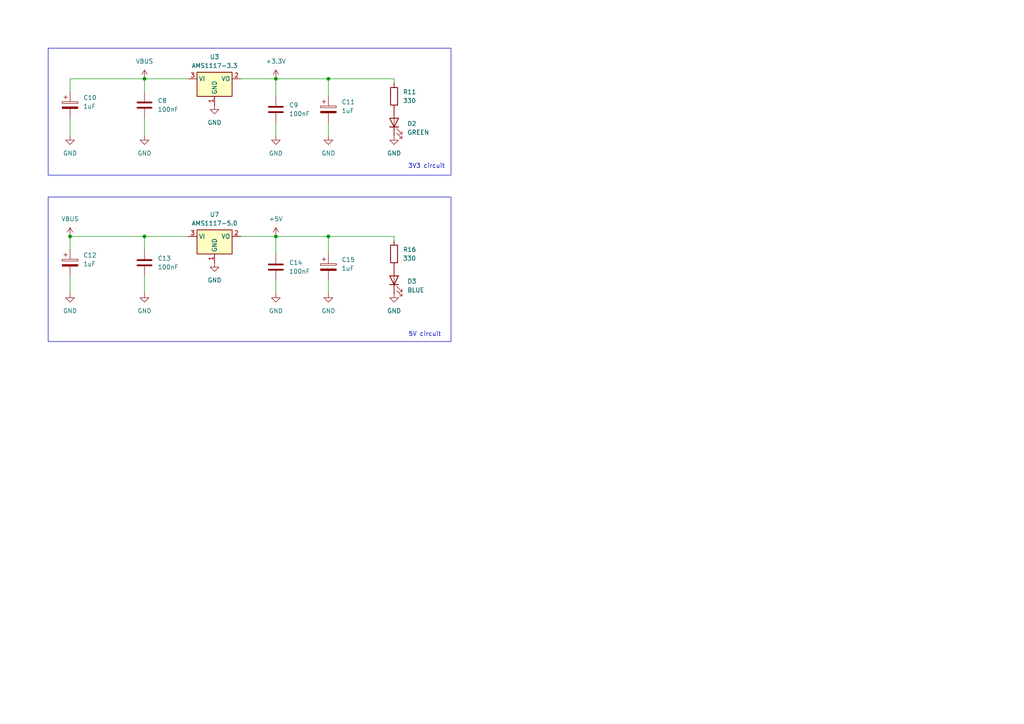
<source format=kicad_sch>
(kicad_sch (version 20250114) (generator "eeschema") (generator_version "9.0")
  (paper "A4")
  (lib_symbols
    (symbol "Device:C" (pin_numbers (hide yes)) (pin_names (offset 0.254))
      (property "Reference" "C" (at 0.635 2.54 0))
      (property "Value" "C" (at 0.635 -2.54 0))
      (symbol "C_0_1"
        (polyline (pts (xy -2.032 0.762) (xy 2.032 0.762)) (stroke (width 0.508)))
        (polyline (pts (xy -2.032 -0.762) (xy 2.032 -0.762)) (stroke (width 0.508)))
      )
      (symbol "C_1_1"
        (pin passive line (at 0 3.81 270) (length 2.794) (name "~") (number "1"))
        (pin passive line (at 0 -3.81 90) (length 2.794) (name "~") (number "2"))
      )
    )
    (symbol "Device:C_Polarized" (pin_numbers (hide yes)) (pin_names (offset 0.254))
      (property "Reference" "C" (at 0.635 2.54 0))
      (property "Value" "C_Polarized" (at 0.635 -2.54 0))
      (symbol "C_Polarized_0_1"
        (rectangle (start -2.286 0.508) (end 2.286 1.016))
        (polyline (pts (xy -1.778 2.286) (xy -0.762 2.286)))
        (polyline (pts (xy -1.27 2.794) (xy -1.27 1.778)))
        (rectangle (start 2.286 -0.508) (end -2.286 -1.016) (fill (type outline)))
      )
      (symbol "C_Polarized_1_1"
        (pin passive line (at 0 3.81 270) (length 2.794) (name "~") (number "1"))
        (pin passive line (at 0 -3.81 90) (length 2.794) (name "~") (number "2"))
      )
    )
    (symbol "Device:LED" (pin_numbers (hide yes)) (pin_names (offset 1.016) (hide yes))
      (property "Reference" "D" (at 0 2.54 0))
      (property "Value" "LED" (at 0 -2.54 0))
      (symbol "LED_0_1"
        (polyline (pts (xy -3.048 -0.762) (xy -4.572 -2.286) (xy -3.81 -2.286) (xy -4.572 -2.286) (xy -4.572 -1.524)))
        (polyline (pts (xy -1.778 -0.762) (xy -3.302 -2.286) (xy -2.54 -2.286) (xy -3.302 -2.286) (xy -3.302 -1.524)))
        (polyline (pts (xy -1.27 0) (xy 1.27 0)))
        (polyline (pts (xy -1.27 -1.27) (xy -1.27 1.27)) (stroke (width 0.254)))
        (polyline (pts (xy 1.27 -1.27) (xy 1.27 1.27) (xy -1.27 0) (xy 1.27 -1.27)) (stroke (width 0.254)))
      )
      (symbol "LED_1_1"
        (pin passive line (at -3.81 0 0) (length 2.54) (name "K") (number "1"))
        (pin passive line (at 3.81 0 180) (length 2.54) (name "A") (number "2"))
      )
    )
    (symbol "Device:R" (pin_numbers (hide yes)) (pin_names (offset 0))
      (property "Reference" "R" (at 2.032 0 90))
      (property "Value" "R" (at 0 0 90))
      (symbol "R_0_1"
        (rectangle (start -1.016 -2.54) (end 1.016 2.54) (stroke (width 0.254)))
      )
      (symbol "R_1_1"
        (pin passive line (at 0 3.81 270) (length 1.27) (name "~") (number "1"))
        (pin passive line (at 0 -3.81 90) (length 1.27) (name "~") (number "2"))
      )
    )
    (symbol "Regulator_Linear:AMS1117-3.3"
      (property "Reference" "U" (at -3.81 3.175 0))
      (property "Value" "AMS1117-3.3" (at 0 3.175 0))
      (symbol "AMS1117-3.3_0_1"
        (rectangle (start -5.08 -5.08) (end 5.08 1.905) (stroke (width 0.254)) (fill (type background)))
      )
      (symbol "AMS1117-3.3_1_1"
        (pin power_in line (at -7.62 0 0) (length 2.54) (name "VI") (number "3"))
        (pin power_in line (at 0 -7.62 90) (length 2.54) (name "GND") (number "1"))
        (pin power_out line (at 7.62 0 180) (length 2.54) (name "VO") (number "2"))
      )
    )
    (symbol "Regulator_Linear:AMS1117-5.0"
      (property "Reference" "U" (at -3.81 3.175 0))
      (property "Value" "AMS1117-5.0" (at 0 3.175 0))
      (symbol "AMS1117-5.0_0_1"
        (rectangle (start -5.08 -5.08) (end 5.08 1.905) (stroke (width 0.254)) (fill (type background)))
      )
      (symbol "AMS1117-5.0_1_1"
        (pin power_in line (at -7.62 0 0) (length 2.54) (name "VI") (number "3"))
        (pin power_in line (at 0 -7.62 90) (length 2.54) (name "GND") (number "1"))
        (pin power_out line (at 7.62 0 180) (length 2.54) (name "VO") (number "2"))
      )
    )
    (symbol "power:+3.3V" (power) (pin_numbers (hide yes)) (pin_names (offset 0) (hide yes))
      (property "Value" "+3.3V" (at 0 3.556 0))
      (symbol "+3.3V_0_1"
        (polyline (pts (xy -0.762 1.27) (xy 0 2.54)))
        (polyline (pts (xy 0 2.54) (xy 0.762 1.27)))
        (polyline (pts (xy 0 0) (xy 0 2.54)))
      )
      (symbol "+3.3V_1_1"
        (pin power_in line (at 0 0 90) (length 0) (name "~") (number "1"))
      )
    )
    (symbol "power:+5V" (power) (pin_numbers (hide yes)) (pin_names (offset 0) (hide yes))
      (property "Value" "+5V" (at 0 3.556 0))
      (symbol "+5V_0_1"
        (polyline (pts (xy -0.762 1.27) (xy 0 2.54)))
        (polyline (pts (xy 0 2.54) (xy 0.762 1.27)))
        (polyline (pts (xy 0 0) (xy 0 2.54)))
      )
      (symbol "+5V_1_1"
        (pin power_in line (at 0 0 90) (length 0) (name "~") (number "1"))
      )
    )
    (symbol "power:GND" (power) (pin_numbers (hide yes)) (pin_names (offset 0) (hide yes))
      (property "Value" "GND" (at 0 -3.81 0))
      (symbol "GND_0_1"
        (polyline (pts (xy 0 0) (xy 0 -1.27) (xy 1.27 -1.27) (xy 0 -2.54) (xy -1.27 -1.27) (xy 0 -1.27)))
      )
      (symbol "GND_1_1"
        (pin power_in line (at 0 0 270) (length 0) (name "~") (number "1"))
      )
    )
    (symbol "power:VBUS" (power) (pin_numbers (hide yes)) (pin_names (offset 0) (hide yes))
      (property "Value" "VBUS" (at 0 3.556 0))
      (symbol "VBUS_0_1"
        (polyline (pts (xy -0.762 1.27) (xy 0 2.54)))
        (polyline (pts (xy 0 2.54) (xy 0.762 1.27)))
        (polyline (pts (xy 0 0) (xy 0 2.54)))
      )
      (symbol "VBUS_1_1"
        (pin power_in line (at 0 0 90) (length 0) (name "~") (number "1"))
      )
    )
  )
  (rectangle (start 13.97 57.15) (end 130.81 99.06))
  (rectangle (start 13.97 13.97) (end 130.81 50.8))
  (text "5V circuit" (at 123.19 97.028 0) (effects (font (size 1.27 1.27))))
  (text "3V3 circuit" (at 123.698 48.26 0) (effects (font (size 1.27 1.27))))
  (junction (at 20.32 68.58))
  (junction (at 41.91 22.86))
  (junction (at 95.25 22.86))
  (junction (at 80.01 22.86))
  (junction (at 41.91 68.58))
  (junction (at 95.25 68.58))
  (junction (at 80.01 68.58))
  (wire (pts (xy 80.01 73.66) (xy 80.01 68.58)))
  (wire (pts (xy 114.3 69.85) (xy 114.3 68.58)))
  (wire (pts (xy 20.32 26.67) (xy 20.32 22.86)))
  (wire (pts (xy 114.3 24.13) (xy 114.3 22.86)))
  (wire (pts (xy 80.01 68.58) (xy 69.85 68.58)))
  (wire (pts (xy 80.01 22.86) (xy 69.85 22.86)))
  (wire (pts (xy 41.91 22.86) (xy 41.91 26.67)))
  (wire (pts (xy 20.32 72.39) (xy 20.32 68.58)))
  (wire (pts (xy 20.32 22.86) (xy 41.91 22.86)))
  (wire (pts (xy 80.01 81.28) (xy 80.01 85.09)))
  (wire (pts (xy 95.25 27.94) (xy 95.25 22.86)))
  (wire (pts (xy 95.25 73.66) (xy 95.25 68.58)))
  (wire (pts (xy 80.01 35.56) (xy 80.01 39.37)))
  (wire (pts (xy 41.91 68.58) (xy 54.61 68.58)))
  (wire (pts (xy 20.32 80.01) (xy 20.32 85.09)))
  (wire (pts (xy 20.32 34.29) (xy 20.32 39.37)))
  (wire (pts (xy 41.91 68.58) (xy 41.91 72.39)))
  (wire (pts (xy 41.91 34.29) (xy 41.91 39.37)))
  (wire (pts (xy 20.32 68.58) (xy 41.91 68.58)))
  (wire (pts (xy 95.25 22.86) (xy 80.01 22.86)))
  (wire (pts (xy 41.91 22.86) (xy 54.61 22.86)))
  (wire (pts (xy 41.91 80.01) (xy 41.91 85.09)))
  (wire (pts (xy 114.3 68.58) (xy 95.25 68.58)))
  (wire (pts (xy 95.25 35.56) (xy 95.25 39.37)))
  (wire (pts (xy 95.25 81.28) (xy 95.25 85.09)))
  (wire (pts (xy 114.3 22.86) (xy 95.25 22.86)))
  (wire (pts (xy 80.01 27.94) (xy 80.01 22.86)))
  (wire (pts (xy 95.25 68.58) (xy 80.01 68.58)))
  (symbol (lib_id "Device:C_Polarized") (at 20.32 76.2 0) (unit 1)
    (property "Reference" "C12" (at 24.13 74.0409 0) (effects (justify left)))
    (property "Value" "1uF" (at 24.13 76.5809 0) (effects (justify left)))
    (property "Footprint" "Capacitor_SMD:CP_Elec_4x5.3" (effects (hide yes)))
    (property "Description" "Polarized capacitor" (effects (hide yes)))
  )
  (symbol (lib_id "power:VBUS") (at 20.32 68.58 0) (unit 1)
    (property "Reference" "#PWR034" (effects (hide yes)))
    (property "Value" "VBUS" (at 20.32 63.5 0))
    (property "Description" "Power symbol creates a global label with name \"VBUS\"" (effects (hide yes)))
  )
  (symbol (lib_id "Regulator_Linear:AMS1117-5.0") (at 62.23 68.58 0) (unit 1)
    (property "Reference" "U7" (at 62.23 62.23 0))
    (property "Value" "AMS1117-5.0" (at 62.23 64.77 0))
    (property "Footprint" "Package_TO_SOT_SMD:SOT-223-3_TabPin2" (effects (hide yes)))
    (property "Datasheet" "http://www.advanced-monolithic.com/pdf/ds1117.pdf" (effects (hide yes)))
    (property "Description" "1A Low Dropout regulator, positive, 5.0V fixed output, SOT-223" (effects (hide yes)))
  )
  (symbol (lib_id "power:VBUS") (at 41.91 22.86 0) (unit 1)
    (property "Reference" "#PWR038" (effects (hide yes)))
    (property "Value" "VBUS" (at 41.91 17.78 0))
    (property "Description" "Power symbol creates a global label with name \"VBUS\"" (effects (hide yes)))
  )
  (symbol (lib_id "Device:R") (at 114.3 73.66 0) (unit 1)
    (property "Reference" "R16" (at 116.84 72.3899 0) (effects (justify left)))
    (property "Value" "330" (at 116.84 74.9299 0) (effects (justify left)))
    (property "Footprint" "Resistor_SMD:R_0603_1608Metric_Pad0.98x0.95mm_HandSolder" (effects (hide yes)))
    (property "Description" "Resistor" (effects (hide yes)))
  )
  (symbol (lib_id "power:GND") (at 41.91 85.09 0) (unit 1)
    (property "Reference" "#PWR032" (effects (hide yes)))
    (property "Value" "GND" (at 41.91 90.17 0))
    (property "Description" "Power symbol creates a global label with name \"GND\" , ground" (effects (hide yes)))
  )
  (symbol (lib_id "Device:C") (at 80.01 31.75 0) (unit 1)
    (property "Reference" "C9" (at 83.82 30.4799 0) (effects (justify left)))
    (property "Value" "100nF" (at 83.82 33.0199 0) (effects (justify left)))
    (property "Footprint" "Capacitor_SMD:C_0603_1608Metric_Pad1.08x0.95mm_HandSolder" (effects (hide yes)))
    (property "Description" "Unpolarized capacitor" (effects (hide yes)))
  )
  (symbol (lib_id "Device:LED") (at 114.3 35.56 90) (unit 1)
    (property "Reference" "D2" (at 118.11 35.8774 90) (effects (justify right)))
    (property "Value" "GREEN" (at 118.11 38.4174 90) (effects (justify right)))
    (property "Footprint" "LED_SMD:LED_1206_3216Metric_Pad1.42x1.75mm_HandSolder" (effects (hide yes)))
    (property "Description" "Light emitting diode" (effects (hide yes)))
    (property "Sim.Pins" "1=K 2=A" (effects (hide yes)))
  )
  (symbol (lib_id "Device:C_Polarized") (at 95.25 31.75 0) (unit 1)
    (property "Reference" "C11" (at 99.06 29.5909 0) (effects (justify left)))
    (property "Value" "1uF" (at 99.06 32.1309 0) (effects (justify left)))
    (property "Footprint" "Capacitor_SMD:CP_Elec_4x5.3" (effects (hide yes)))
    (property "Description" "Polarized capacitor" (effects (hide yes)))
  )
  (symbol (lib_id "Device:C") (at 80.01 77.47 0) (unit 1)
    (property "Reference" "C14" (at 83.82 76.1999 0) (effects (justify left)))
    (property "Value" "100nF" (at 83.82 78.7399 0) (effects (justify left)))
    (property "Footprint" "Capacitor_SMD:C_0603_1608Metric_Pad1.08x0.95mm_HandSolder" (effects (hide yes)))
    (property "Description" "Unpolarized capacitor" (effects (hide yes)))
  )
  (symbol (lib_id "Device:LED") (at 114.3 81.28 90) (unit 1)
    (property "Reference" "D3" (at 118.11 81.5974 90) (effects (justify right)))
    (property "Value" "BLUE" (at 118.11 84.1374 90) (effects (justify right)))
    (property "Footprint" "LED_SMD:LED_1206_3216Metric_Pad1.42x1.75mm_HandSolder" (effects (hide yes)))
    (property "Description" "Light emitting diode" (effects (hide yes)))
    (property "Sim.Pins" "1=K 2=A" (effects (hide yes)))
  )
  (symbol (lib_id "power:GND") (at 20.32 85.09 0) (unit 1)
    (property "Reference" "#PWR025" (effects (hide yes)))
    (property "Value" "GND" (at 20.32 90.17 0))
    (property "Description" "Power symbol creates a global label with name \"GND\" , ground" (effects (hide yes)))
  )
  (symbol (lib_id "Device:C_Polarized") (at 95.25 77.47 0) (unit 1)
    (property "Reference" "C15" (at 99.06 75.3109 0) (effects (justify left)))
    (property "Value" "1uF" (at 99.06 77.8509 0) (effects (justify left)))
    (property "Footprint" "Capacitor_SMD:CP_Elec_4x5.3" (effects (hide yes)))
    (property "Description" "Polarized capacitor" (effects (hide yes)))
  )
  (symbol (lib_id "power:GND") (at 80.01 39.37 0) (unit 1)
    (property "Reference" "#PWR019" (effects (hide yes)))
    (property "Value" "GND" (at 80.01 44.45 0))
    (property "Description" "Power symbol creates a global label with name \"GND\" , ground" (effects (hide yes)))
  )
  (symbol (lib_id "power:GND") (at 62.23 30.48 0) (unit 1)
    (property "Reference" "#PWR021" (effects (hide yes)))
    (property "Value" "GND" (at 62.23 35.56 0))
    (property "Description" "Power symbol creates a global label with name \"GND\" , ground" (effects (hide yes)))
  )
  (symbol (lib_id "power:GND") (at 95.25 85.09 0) (unit 1)
    (property "Reference" "#PWR036" (effects (hide yes)))
    (property "Value" "GND" (at 95.25 90.17 0))
    (property "Description" "Power symbol creates a global label with name \"GND\" , ground" (effects (hide yes)))
  )
  (symbol (lib_id "Device:R") (at 114.3 27.94 0) (unit 1)
    (property "Reference" "R11" (at 116.84 26.6699 0) (effects (justify left)))
    (property "Value" "330" (at 116.84 29.2099 0) (effects (justify left)))
    (property "Footprint" "Resistor_SMD:R_0603_1608Metric_Pad0.98x0.95mm_HandSolder" (effects (hide yes)))
    (property "Description" "Resistor" (effects (hide yes)))
  )
  (symbol (lib_id "Device:C") (at 41.91 30.48 0) (unit 1)
    (property "Reference" "C8" (at 45.72 29.2099 0) (effects (justify left)))
    (property "Value" "100nF" (at 45.72 31.7499 0) (effects (justify left)))
    (property "Footprint" "Capacitor_SMD:C_0603_1608Metric_Pad1.08x0.95mm_HandSolder" (effects (hide yes)))
    (property "Description" "Unpolarized capacitor" (effects (hide yes)))
  )
  (symbol (lib_id "power:GND") (at 62.23 76.2 0) (unit 1)
    (property "Reference" "#PWR033" (effects (hide yes)))
    (property "Value" "GND" (at 62.23 81.28 0))
    (property "Description" "Power symbol creates a global label with name \"GND\" , ground" (effects (hide yes)))
  )
  (symbol (lib_id "power:+5V") (at 80.01 68.58 0) (unit 1)
    (property "Reference" "#PWR031" (effects (hide yes)))
    (property "Value" "+5V" (at 80.01 63.5 0))
    (property "Description" "Power symbol creates a global label with name \"+5V\"" (effects (hide yes)))
  )
  (symbol (lib_id "Device:C") (at 41.91 76.2 0) (unit 1)
    (property "Reference" "C13" (at 45.72 74.9299 0) (effects (justify left)))
    (property "Value" "100nF" (at 45.72 77.4699 0) (effects (justify left)))
    (property "Footprint" "Capacitor_SMD:C_0603_1608Metric_Pad1.08x0.95mm_HandSolder" (effects (hide yes)))
    (property "Description" "Unpolarized capacitor" (effects (hide yes)))
  )
  (symbol (lib_id "power:GND") (at 41.91 39.37 0) (unit 1)
    (property "Reference" "#PWR018" (effects (hide yes)))
    (property "Value" "GND" (at 41.91 44.45 0))
    (property "Description" "Power symbol creates a global label with name \"GND\" , ground" (effects (hide yes)))
  )
  (symbol (lib_id "power:+3.3V") (at 80.01 22.86 0) (unit 1)
    (property "Reference" "#PWR023" (effects (hide yes)))
    (property "Value" "+3.3V" (at 80.01 17.78 0))
    (property "Description" "Power symbol creates a global label with name \"+3.3V\"" (effects (hide yes)))
  )
  (symbol (lib_id "power:GND") (at 114.3 39.37 0) (unit 1)
    (property "Reference" "#PWR024" (effects (hide yes)))
    (property "Value" "GND" (at 114.3 44.45 0))
    (property "Description" "Power symbol creates a global label with name \"GND\" , ground" (effects (hide yes)))
  )
  (symbol (lib_id "power:GND") (at 20.32 39.37 0) (unit 1)
    (property "Reference" "#PWR017" (effects (hide yes)))
    (property "Value" "GND" (at 20.32 44.45 0))
    (property "Description" "Power symbol creates a global label with name \"GND\" , ground" (effects (hide yes)))
  )
  (symbol (lib_id "power:GND") (at 80.01 85.09 0) (unit 1)
    (property "Reference" "#PWR035" (effects (hide yes)))
    (property "Value" "GND" (at 80.01 90.17 0))
    (property "Description" "Power symbol creates a global label with name \"GND\" , ground" (effects (hide yes)))
  )
  (symbol (lib_id "Regulator_Linear:AMS1117-3.3") (at 62.23 22.86 0) (unit 1)
    (property "Reference" "U3" (at 62.23 16.51 0))
    (property "Value" "AMS1117-3.3" (at 62.23 19.05 0))
    (property "Footprint" "Package_TO_SOT_SMD:SOT-223-3_TabPin2" (effects (hide yes)))
    (property "Datasheet" "http://www.advanced-monolithic.com/pdf/ds1117.pdf" (effects (hide yes)))
    (property "Description" "1A Low Dropout regulator, positive, 3.3V fixed output, SOT-223" (effects (hide yes)))
  )
  (symbol (lib_id "power:GND") (at 114.3 85.09 0) (unit 1)
    (property "Reference" "#PWR037" (effects (hide yes)))
    (property "Value" "GND" (at 114.3 90.17 0))
    (property "Description" "Power symbol creates a global label with name \"GND\" , ground" (effects (hide yes)))
  )
  (symbol (lib_id "power:GND") (at 95.25 39.37 0) (unit 1)
    (property "Reference" "#PWR020" (effects (hide yes)))
    (property "Value" "GND" (at 95.25 44.45 0))
    (property "Description" "Power symbol creates a global label with name \"GND\" , ground" (effects (hide yes)))
  )
  (symbol (lib_id "Device:C_Polarized") (at 20.32 30.48 0) (unit 1)
    (property "Reference" "C10" (at 24.13 28.3209 0) (effects (justify left)))
    (property "Value" "1uF" (at 24.13 30.8609 0) (effects (justify left)))
    (property "Footprint" "Capacitor_SMD:CP_Elec_4x5.3" (effects (hide yes)))
    (property "Description" "Polarized capacitor" (effects (hide yes)))
  )
)
</source>
